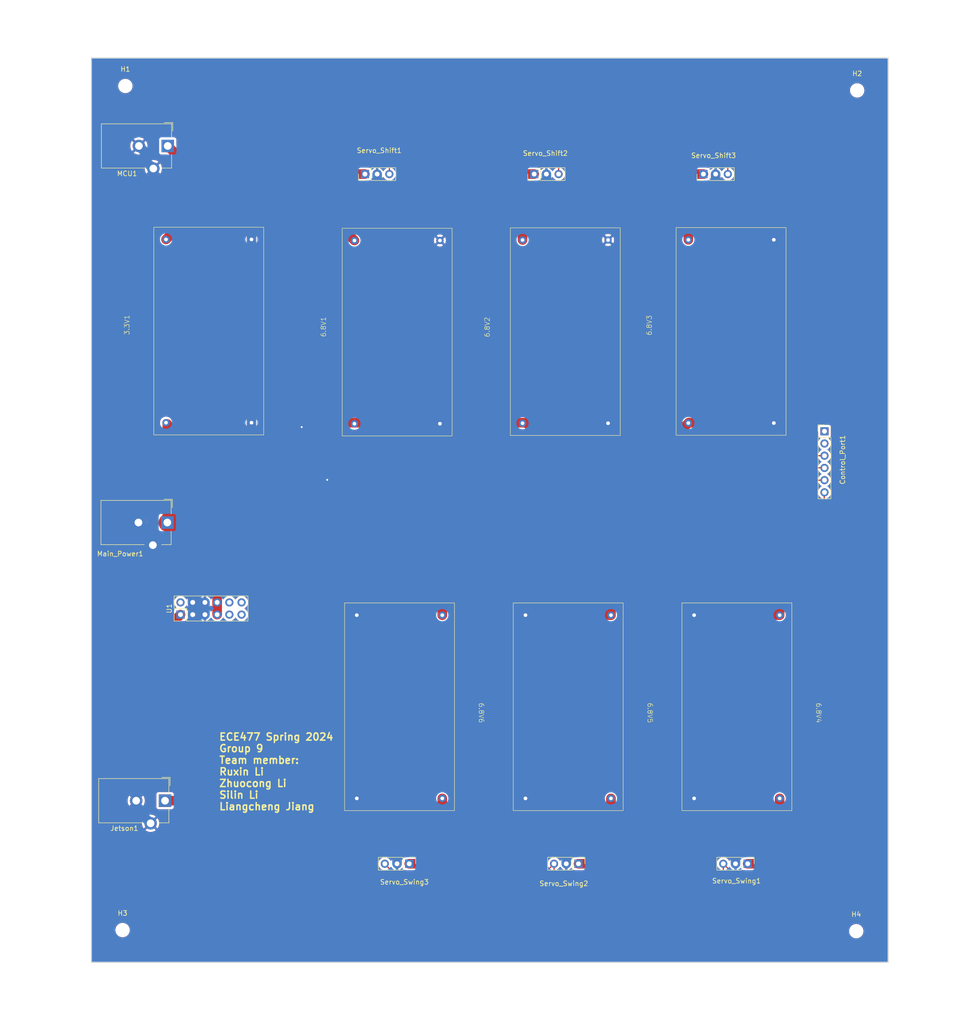
<source format=kicad_pcb>
(kicad_pcb (version 20221018) (generator pcbnew)
  (layers (0 "F.Cu" signal) (31 "B.Cu" signal) (34 "B.Paste" user) (35 "F.Paste" user) (36 "B.SilkS" user "B.Silkscreen") (37 "F.SilkS" user "F.Silkscreen") (38 "B.Mask" user) (39 "F.Mask" user) (44 "Edge.Cuts" user))
  (net 0 "")
  (net 1 "12V")
  (net 2 "GND")
  (net 3 "Net-(3.3V1-Vout+)")
  (net 4 "Net-(6.8V1-Vout+)")
  (net 5 "Net-(6.8V2-Vout+)")
  (net 6 "Net-(6.8V3-Vout+)")
  (net 7 "Net-(6.8V4-Vout+)")
  (net 8 "Net-(6.8V5-Vout+)")
  (net 9 "Net-(6.8V6-Vout+)")
  (net 10 "Net-(Jetson1-Pad1)")
  (net 11 "MOTOR_SHIFT1")
  (net 12 "MOTOR_SHIFT2")
  (net 13 "MOTOR_SHIFT3")
  (net 14 "MOTOR_SWING")
  (footprint "Connector_BarrelJack:BarrelJack_CUI_PJ-102AH_Horizontal" (layer "F.Cu") (at 113.776668 204.09 -90)
    (fp_text reference "Jetson1" (at 5.75 8.45) (layer "F.SilkS"))
    (fp_text value "Jetson")
    (fp_line (start -4.84 -1.04) (end -3.1 -1.04) (stroke (width 0.12)) (layer "F.SilkS"))
    (fp_line (start -4.84 0.7) (end -4.84 -1.04) (stroke (width 0.12)) (layer "F.SilkS"))
    (fp_line (start -4.6 -0.8) (end -1.8 -0.8) (stroke (width 0.12)) (layer "F.SilkS"))
    (fp_line (start -4.6 13.8) (end -4.6 -0.8) (stroke (width 0.12)) (layer "F.SilkS"))
    (fp_line (start 1.8 -0.8) (end 4.6 -0.8) (stroke (width 0.12)) (layer "F.SilkS"))
    (fp_line (start 4.6 -0.8) (end 4.6 1.2) (stroke (width 0.12)) (layer "F.SilkS"))
    (fp_line (start 4.6 4.8) (end 4.6 13.8) (stroke (width 0.12)) (layer "F.SilkS"))
    (fp_line (start 4.6 13.8) (end -4.6 13.8) (stroke (width 0.12)) (layer "F.SilkS"))
    (pad "1" thru_hole rect (at 0 0 270) (size 2.6 2.6) (drill 1.6) (layers "*.Cu" "*.Mask") (net 10 "Net-(Jetson1-Pad1)"))
    (pad "2" thru_hole circle (at 0 6 270) (size 2.6 2.6) (drill 1.6) (layers "*.Cu" "*.Mask") (net 2 "GND"))
    (pad "3" thru_hole circle (at 4.7 3 270) (size 2.6 2.6) (drill 1.6) (layers "*.Cu" "*.Mask") (net 2 "GND"))
  )
  (footprint "Connector_BarrelJack:BarrelJack_CUI_PJ-102AH_Horizontal" (layer "F.Cu") (at 114.250003 146.253332 -90)
    (fp_text reference "Main_Power1" (at 6.506668 9.803335) (layer "F.SilkS"))
    (fp_text value "~")
    (fp_line (start -4.84 -1.04) (end -3.1 -1.04) (stroke (width 0.12)) (layer "F.SilkS"))
    (fp_line (start -4.84 0.7) (end -4.84 -1.04) (stroke (width 0.12)) (layer "F.SilkS"))
    (fp_line (start -4.6 -0.8) (end -1.8 -0.8) (stroke (width 0.12)) (layer "F.SilkS"))
    (fp_line (start -4.6 13.8) (end -4.6 -0.8) (stroke (width 0.12)) (layer "F.SilkS"))
    (fp_line (start 1.8 -0.8) (end 4.6 -0.8) (stroke (width 0.12)) (layer "F.SilkS"))
    (fp_line (start 4.6 -0.8) (end 4.6 1.2) (stroke (width 0.12)) (layer "F.SilkS"))
    (fp_line (start 4.6 4.8) (end 4.6 13.8) (stroke (width 0.12)) (layer "F.SilkS"))
    (fp_line (start 4.6 13.8) (end -4.6 13.8) (stroke (width 0.12)) (layer "F.SilkS"))
    (pad "1" thru_hole rect (at 0 0 270) (size 2.6 2.6) (drill 1.6) (layers "*.Cu" "*.Mask") (net 1 "12V"))
    (pad "2" thru_hole circle (at 0 6 270) (size 2.6 2.6) (drill 1.6) (layers "*.Cu" "*.Mask") (net 2 "GND"))
    (pad "3" thru_hole circle (at 4.7 3 270) (size 2.6 2.6) (drill 1.6) (layers "*.Cu" "*.Mask") (net 2 "GND"))
  )
  (footprint "Senior Design:LM2596" (layer "F.Cu") (at 214.143335 175.67 -90)
    (fp_text reference "6.8V5" (at 10.16 -0.5 -90 unlocked) (layer "F.SilkS") (effects (font (thickness 0.1))))
    (fp_text value "~")
    (fp_rect (start -12.7 5.08) (end 30.48 27.94) (stroke (width 0.1)) (fill none) (layer "F.SilkS"))
    (pad "1" thru_hole circle (at -10.16 7.62 270) (size 1.524 1.524) (drill 0.762) (layers "*.Cu" "*.Mask") (net 1 "12V"))
    (pad "2" thru_hole circle (at -10.16 25.4 270) (size 1.524 1.524) (drill 0.762) (layers "*.Cu" "*.Mask") (net 2 "GND"))
    (pad "3" thru_hole circle (at 27.94 7.62 270) (size 1.524 1.524) (drill 0.762) (layers "*.Cu" "*.Mask") (net 8 "Net-(6.8V5-Vout+)"))
    (pad "4" thru_hole circle (at 27.94 25.4 270) (size 1.524 1.524) (drill 0.762) (layers "*.Cu" "*.Mask") (net 2 "GND"))
  )
  (footprint "Connector_BarrelJack:BarrelJack_CUI_PJ-102AH_Horizontal" (layer "F.Cu") (at 114.340003 67.953332 -90)
    (fp_text reference "MCU1" (at 5.75 8.45) (layer "F.SilkS"))
    (fp_text value "MCU")
    (fp_line (start -4.84 -1.04) (end -3.1 -1.04) (stroke (width 0.12)) (layer "F.SilkS"))
    (fp_line (start -4.84 0.7) (end -4.84 -1.04) (stroke (width 0.12)) (layer "F.SilkS"))
    (fp_line (start -4.6 -0.8) (end -1.8 -0.8) (stroke (width 0.12)) (layer "F.SilkS"))
    (fp_line (start -4.6 13.8) (end -4.6 -0.8) (stroke (width 0.12)) (layer "F.SilkS"))
    (fp_line (start 1.8 -0.8) (end 4.6 -0.8) (stroke (width 0.12)) (layer "F.SilkS"))
    (fp_line (start 4.6 -0.8) (end 4.6 1.2) (stroke (width 0.12)) (layer "F.SilkS"))
    (fp_line (start 4.6 4.8) (end 4.6 13.8) (stroke (width 0.12)) (layer "F.SilkS"))
    (fp_line (start 4.6 13.8) (end -4.6 13.8) (stroke (width 0.12)) (layer "F.SilkS"))
    (pad "1" thru_hole rect (at 0 0 270) (size 2.6 2.6) (drill 1.6) (layers "*.Cu" "*.Mask") (net 3 "Net-(3.3V1-Vout+)"))
    (pad "2" thru_hole circle (at 0 6 270) (size 2.6 2.6) (drill 1.6) (layers "*.Cu" "*.Mask") (net 2 "GND"))
    (pad "3" thru_hole circle (at 4.7 3 270) (size 2.6 2.6) (drill 1.6) (layers "*.Cu" "*.Mask") (net 2 "GND"))
  )
  (footprint "Senior Design:LM2596" (layer "F.Cu") (at 106.360003 115.333332 90)
    (fp_text reference "3.3V1" (at 10.16 -0.5 90 unlocked) (layer "F.SilkS") (effects (font (thickness 0.1))))
    (fp_text value "3.3V")
    (fp_rect (start -12.7 5.08) (end 30.48 27.94) (stroke (width 0.1)) (fill none) (layer "F.SilkS"))
    (pad "1" thru_hole circle (at -10.16 7.62 90) (size 1.524 1.524) (drill 0.762) (layers "*.Cu" "*.Mask") (net 1 "12V"))
    (pad "2" thru_hole circle (at -10.16 25.4 90) (size 1.524 1.524) (drill 0.762) (layers "*.Cu" "*.Mask") (net 2 "GND"))
    (pad "3" thru_hole circle (at 27.94 7.62 90) (size 1.524 1.524) (drill 0.762) (layers "*.Cu" "*.Mask") (net 3 "Net-(3.3V1-Vout+)"))
    (pad "4" thru_hole circle (at 27.94 25.4 90) (size 1.524 1.524) (drill 0.762) (layers "*.Cu" "*.Mask") (net 2 "GND"))
  )
  (footprint "Senior Design:LM2596" (layer "F.Cu") (at 145.55 115.55 90)
    (fp_text reference "6.8V1" (at 9.98 1.19 90 unlocked) (layer "F.SilkS") (effects (font (thickness 0.1))))
    (fp_text value "~")
    (fp_rect (start -12.7 5.08) (end 30.48 27.94) (stroke (width 0.1)) (fill none) (layer "F.SilkS"))
    (pad "1" thru_hole circle (at -10.16 7.62 90) (size 1.524 1.524) (drill 0.762) (layers "*.Cu" "*.Mask") (net 1 "12V"))
    (pad "2" thru_hole circle (at -10.16 25.4 90) (size 1.524 1.524) (drill 0.762) (layers "*.Cu" "*.Mask") (net 2 "GND"))
    (pad "3" thru_hole circle (at 27.94 7.62 90) (size 1.524 1.524) (drill 0.762) (layers "*.Cu" "*.Mask") (net 4 "Net-(6.8V1-Vout+)"))
    (pad "4" thru_hole circle (at 27.94 25.4 90) (size 1.524 1.524) (drill 0.762) (layers "*.Cu" "*.Mask") (net 2 "GND"))
  )
  (footprint "Connector_PinHeader_2.54mm:PinHeader_1x03_P2.54mm_Vertical" (layer "F.Cu") (at 155.355003 73.803332 90)
    (fp_text reference "Servo_Shift1" (at 4.893332 2.961665) (layer "F.SilkS"))
    (fp_text value "~")
    (fp_line (start -1.33 -1.33) (end 0 -1.33) (stroke (width 0.12)) (layer "F.SilkS"))
    (fp_line (start -1.33 0) (end -1.33 -1.33) (stroke (width 0.12)) (layer "F.SilkS"))
    (fp_line (start -1.33 1.27) (end -1.33 6.41) (stroke (width 0.12)) (layer "F.SilkS"))
    (fp_line (start -1.33 1.27) (end 1.33 1.27) (stroke (width 0.12)) (layer "F.SilkS"))
    (fp_line (start -1.33 6.41) (end 1.33 6.41) (stroke (width 0.12)) (layer "F.SilkS"))
    (fp_line (start 1.33 1.27) (end 1.33 6.41) (stroke (width 0.12)) (layer "F.SilkS"))
    (pad "1" thru_hole rect (at 0 0 90) (size 1.7 1.7) (drill 1) (layers "*.Cu" "*.Mask") (net 4 "Net-(6.8V1-Vout+)"))
    (pad "2" thru_hole oval (at 0 2.54 90) (size 1.7 1.7) (drill 1) (layers "*.Cu" "*.Mask") (net 2 "GND"))
    (pad "3" thru_hole oval (at 0 5.08 90) (size 1.7 1.7) (drill 1) (layers "*.Cu" "*.Mask") (net 11 "MOTOR_SHIFT1"))
  )
  (footprint "MountingHole:MountingHole_2.5mm" (layer "F.Cu") (at 104.946668 230.99)
    (fp_text reference "H3" (at 0 -3.5) (layer "F.SilkS"))
    (fp_text value "MountingHole")
    (pad "" np_thru_hole circle (at 0 0) (size 2.5 2.5) (drill 2.5) (layers "*.Cu" "*.Mask"))
  )
  (footprint "Senior Design:LM2596" (layer "F.Cu") (at 249.226668 175.67 -90)
    (fp_text reference "6.8V4" (at 10.16 -0.5 -90 unlocked) (layer "F.SilkS") (effects (font (thickness 0.1))))
    (fp_text value "~")
    (fp_rect (start -12.7 5.08) (end 30.48 27.94) (stroke (width 0.1)) (fill none) (layer "F.SilkS"))
    (pad "1" thru_hole circle (at -10.16 7.62 270) (size 1.524 1.524) (drill 0.762) (layers "*.Cu" "*.Mask") (net 1 "12V"))
    (pad "2" thru_hole circle (at -10.16 25.4 270) (size 1.524 1.524) (drill 0.762) (layers "*.Cu" "*.Mask") (net 2 "GND"))
    (pad "3" thru_hole circle (at 27.94 7.62 270) (size 1.524 1.524) (drill 0.762) (layers "*.Cu" "*.Mask") (net 7 "Net-(6.8V4-Vout+)"))
    (pad "4" thru_hole circle (at 27.94 25.4 270) (size 1.524 1.524) (drill 0.762) (layers "*.Cu" "*.Mask") (net 2 "GND"))
  )
  (footprint "MountingHole:MountingHole_2.5mm" (layer "F.Cu") (at 105.526668 55.49)
    (fp_text reference "H1" (at 0 -3.5) (layer "F.SilkS"))
    (fp_text value "MountingHole")
    (pad "" np_thru_hole circle (at 0 0) (size 2.5 2.5) (drill 2.5) (layers "*.Cu" "*.Mask"))
  )
  (footprint "MountingHole:MountingHole_2.5mm" (layer "F.Cu") (at 257.546668 231.22)
    (fp_text reference "H4" (at 0 -3.5) (layer "F.SilkS"))
    (fp_text value "MountingHole")
    (pad "" np_thru_hole circle (at 0 0) (size 2.5 2.5) (drill 2.5) (layers "*.Cu" "*.Mask"))
  )
  (footprint "Connector_PinHeader_2.54mm:PinHeader_1x03_P2.54mm_Vertical" (layer "F.Cu") (at 225.753003 73.803332 90)
    (fp_text reference "Servo_Shift3" (at 3.85 2.117) (layer "F.SilkS"))
    (fp_text value "~" hide)
    (fp_line (start -1.33 -1.33) (end 0 -1.33) (stroke (width 0.12)) (layer "F.SilkS"))
    (fp_line (start -1.33 0) (end -1.33 -1.33) (stroke (width 0.12)) (layer "F.SilkS"))
    (fp_line (start -1.33 1.27) (end -1.33 6.41) (stroke (width 0.12)) (layer "F.SilkS"))
    (fp_line (start -1.33 1.27) (end 1.33 1.27) (stroke (width 0.12)) (layer "F.SilkS"))
    (fp_line (start -1.33 6.41) (end 1.33 6.41) (stroke (width 0.12)) (layer "F.SilkS"))
    (fp_line (start 1.33 1.27) (end 1.33 6.41) (stroke (width 0.12)) (layer "F.SilkS"))
    (pad "1" thru_hole rect (at 0 0 90) (size 1.7 1.7) (drill 1) (layers "*.Cu" "*.Mask") (net 6 "Net-(6.8V3-Vout+)"))
    (pad "2" thru_hole oval (at 0 2.54 90) (size 1.7 1.7) (drill 1) (layers "*.Cu" "*.Mask") (net 2 "GND"))
    (pad "3" thru_hole oval (at 0 5.08 90) (size 1.7 1.7) (drill 1) (layers "*.Cu" "*.Mask") (net 13 "MOTOR_SHIFT3"))
  )
  (footprint "Connector_PinHeader_2.54mm:PinHeader_1x03_P2.54mm_Vertical" (layer "F.Cu") (at 234.968 217.2 -90)
    (fp_text reference "Servo_Swing1" (at 3.57 2.328) (layer "F.SilkS"))
    (fp_text value "~")
    (fp_line (start -1.33 -1.33) (end 0 -1.33) (stroke (width 0.12)) (layer "F.SilkS"))
    (fp_line (start -1.33 0) (end -1.33 -1.33) (stroke (width 0.12)) (layer "F.SilkS"))
    (fp_line (start -1.33 1.27) (end -1.33 6.41) (stroke (width 0.12)) (layer "F.SilkS"))
    (fp_line (start -1.33 1.27) (end 1.33 1.27) (stroke (width 0.12)) (layer "F.SilkS"))
    (fp_line (start -1.33 6.41) (end 1.33 6.41) (stroke (width 0.12)) (layer "F.SilkS"))
    (fp_line (start 1.33 1.27) (end 1.33 6.41) (stroke (width 0.12)) (layer "F.SilkS"))
    (pad "1" thru_hole rect (at 0 0 270) (size 1.7 1.7) (drill 1) (layers "*.Cu" "*.Mask") (net 7 "Net-(6.8V4-Vout+)"))
    (pad "2" thru_hole oval (at 0 2.54 270) (size 1.7 1.7) (drill 1) (layers "*.Cu" "*.Mask") (net 2 "GND"))
    (pad "3" thru_hole oval (at 0 5.08 270) (size 1.7 1.7) (drill 1) (layers "*.Cu" "*.Mask") (net 14 "MOTOR_SWING"))
  )
  (footprint "Senior Design:LM2596" (layer "F.Cu") (at 215 115.41 90)
    (fp_text reference "6.8V3" (at 10.16 -0.5 90 unlocked) (layer "F.SilkS") (effects (font (thickness 0.1))))
    (fp_text value "~")
    (fp_rect (start -12.7 5.08) (end 30.48 27.94) (stroke (width 0.1)) (fill none) (layer "F.SilkS"))
    (pad "1" thru_hole circle (at -10.16 7.62 90) (size 1.524 1.524) (drill 0.762) (layers "*.Cu" "*.Mask") (net 1 "12V"))
    (pad "2" thru_hole circle (at -10.16 25.4 90) (size 1.524 1.524) (drill 0.762) (layers "*.Cu" "*.Mask") (net 2 "GND"))
    (pad "3" thru_hole circle (at 27.94 7.62 90) (size 1.524 1.524) (drill 0.762) (layers "*.Cu" "*.Mask") (net 6 "Net-(6.8V3-Vout+)"))
    (pad "4" thru_hole circle (at 27.94 25.4 90) (size 1.524 1.524) (drill 0.762) (layers "*.Cu" "*.Mask") (net 2 "GND"))
  )
  (footprint "Connector_PinHeader_2.54mm:PinHeader_1x03_P2.54mm_Vertical" (layer "F.Cu") (at 164.57 217.2 -90)
    (fp_text reference "Servo_Swing3" (at 3.803332 1.006665) (layer "F.SilkS"))
    (fp_text value "~")
    (fp_line (start -1.33 -1.33) (end 0 -1.33) (stroke (width 0.12)) (layer "F.SilkS"))
    (fp_line (start -1.33 0) (end -1.33 -1.33) (stroke (width 0.12)) (layer "F.SilkS"))
    (fp_line (start -1.33 1.27) (end -1.33 6.41) (stroke (width 0.12)) (layer "F.SilkS"))
    (fp_line (start -1.33 1.27) (end 1.33 1.27) (stroke (width 0.12)) (layer "F.SilkS"))
    (fp_line (start -1.33 6.41) (end 1.33 6.41) (stroke (width 0.12)) (layer "F.SilkS"))
    (fp_line (start 1.33 1.27) (end 1.33 6.41) (stroke (width 0.12)) (layer "F.SilkS"))
    (pad "1" thru_hole rect (at 0 0 270) (size 1.7 1.7) (drill 1) (layers "*.Cu" "*.Mask") (net 9 "Net-(6.8V6-Vout+)"))
    (pad "2" thru_hole oval (at 0 2.54 270) (size 1.7 1.7) (drill 1) (layers "*.Cu" "*.Mask") (net 2 "GND"))
    (pad "3" thru_hole oval (at 0 5.08 270) (size 1.7 1.7) (drill 1) (layers "*.Cu" "*.Mask") (net 14 "MOTOR_SWING"))
  )
  (footprint "MountingHole:MountingHole_2.5mm" (layer "F.Cu") (at 257.736668 56.41)
    (fp_text reference "H2" (at 0 -3.5) (layer "F.SilkS"))
    (fp_text value "MountingHole")
    (pad "" np_thru_hole circle (at 0 0) (size 2.5 2.5) (drill 2.5) (layers "*.Cu" "*.Mask"))
  )
  (footprint "Connector_PinHeader_2.54mm:PinHeader_1x06_P2.54mm_Vertical" (layer "F.Cu") (at 250.936668 127.28)
    (fp_text reference "Control_Port1" (at 3.763332 5.926665 90) (layer "F.SilkS"))
    (fp_text value "~")
    (fp_line (start -1.33 -1.33) (end 0 -1.33) (stroke (width 0.12)) (layer "F.SilkS"))
    (fp_line (start -1.33 0) (end -1.33 -1.33) (stroke (width 0.12)) (layer "F.SilkS"))
    (fp_line (start -1.33 1.27) (end -1.33 14.03) (stroke (width 0.12)) (layer "F.SilkS"))
    (fp_line (start -1.33 1.27) (end 1.33 1.27) (stroke (width 0.12)) (layer "F.SilkS"))
    (fp_line (start -1.33 14.03) (end 1.33 14.03) (stroke (width 0.12)) (layer "F.SilkS"))
    (fp_line (start 1.33 1.27) (end 1.33 14.03) (stroke (width 0.12)) (layer "F.SilkS"))
    (pad "1" thru_hole rect (at 0 0) (size 1.7 1.7) (drill 1) (layers "*.Cu" "*.Mask"))
    (pad "2" thru_hole oval (at 0 2.54) (size 1.7 1.7) (drill 1) (layers "*.Cu" "*.Mask"))
    (pad "3" thru_hole oval (at 0 5.08) (size 1.7 1.7) (drill 1) (layers "*.Cu" "*.Mask") (net 11 "MOTOR_SHIFT1"))
    (pad "4" thru_hole oval (at 0 7.62) (size 1.7 1.7) (drill 1) (layers "*.Cu" "*.Mask") (net 12 "MOTOR_SHIFT2"))
    (pad "5" thru_hole oval (at 0 10.16) (size 1.7 1.7) (drill 1) (layers "*.Cu" "*.Mask") (net 13 "MOTOR_SHIFT3"))
    (pad "6" thru_hole oval (at 0 12.7) (size 1.7 1.7) (drill 1) (layers "*.Cu" "*.Mask") (net 14 "MOTOR_SWING"))
  )
  (footprint "Senior Design:LM2596" (layer "F.Cu") (at 180.52 115.45 90)
    (fp_text reference "6.8V2" (at 9.83 0.28 90 unlocked) (layer "F.SilkS") (effects (font (thickness 0.1))))
    (fp_text value "~")
    (fp_rect (start -12.7 5.08) (end 30.48 27.94) (stroke (width 0.1)) (fill none) (layer "F.SilkS"))
    (pad "1" thru_hole circle (at -10.16 7.62 90) (size 1.524 1.524) (drill 0.762) (layers "*.Cu" "*.Mask") (net 1 "12V"))
    (pad "2" thru_hole circle (at -10.16 25.4 90) (size 1.524 1.524) (drill 0.762) (layers "*.Cu" "*.Mask") (net 2 "GND"))
    (pad "3" thru_hole circle (at 27.94 7.62 90) (size 1.524 1.524) (drill 0.762) (layers "*.Cu" "*.Mask") (net 5 "Net-(6.8V2-Vout+)"))
    (pad "4" thru_hole circle (at 27.94 25.4 90) (size 1.524 1.524) (drill 0.762) (layers "*.Cu" "*.Mask") (net 2 "GND"))
  )
  (footprint "Senior Design:LM2596" (layer "F.Cu") (at 179.06 175.67 -90)
    (fp_text reference "6.8V6" (at 10.16 -0.5 -90 unlocked) (layer "F.SilkS") (effects (font (thickness 0.1))))
    (fp_text value "~")
    (fp_rect (start -12.7 5.08) (end 30.48 27.94) (stroke (width 0.1)) (fill none) (layer "F.SilkS"))
    (pad "1" thru_hole circle (at -10.16 7.62 270) (size 1.524 1.524) (drill 0.762) (layers "*.Cu" "*.Mask") (net 1 "12V"))
    (pad "2" thru_hole circle (at -10.16 25.4 270) (size 1.524 1.524) (drill 0.762) (layers "*.Cu" "*.Mask") (net 2 "GND"))
    (pad "3" thru_hole circle (at 27.94 7.62 270) (size 1.524 1.524) (drill 0.762) (layers "*.Cu" "*.Mask") (net 9 "Net-(6.8V6-Vout+)"))
    (pad "4" thru_hole circle (at 27.94 25.4 270) (size 1.524 1.524) (drill 0.762) (layers "*.Cu" "*.Mask") (net 2 "GND"))
  )
  (footprint "Connector_PinHeader_2.54mm:PinHeader_1x03_P2.54mm_Vertical" (layer "F.Cu") (at 199.769 217.2 -90)
    (fp_text reference "Servo_Swing2" (at 4.12 3.049) (layer "F.SilkS"))
    (fp_text value "~")
    (fp_line (start -1.33 -1.33) (end 0 -1.33) (stroke (width 0.12)) (layer "F.SilkS"))
    (fp_line (start -1.33 0) (end -1.33 -1.33) (stroke (width 0.12)) (layer "F.SilkS"))
    (fp_line (start -1.33 1.27) (end -1.33 6.41) (stroke (width 0.12)) (layer "F.SilkS"))
    (fp_line (start -1.33 1.27) (end 1.33 1.27) (stroke (width 0.12)) (layer "F.SilkS"))
    (fp_line (start -1.33 6.41) (end 1.33 6.41) (stroke (width 0.12)) (layer "F.SilkS"))
    (fp_line (start 1.33 1.27) (end 1.33 6.41) (stroke (width 0.12)) (layer "F.SilkS"))
    (pad "1" thru_hole rect (at 0 0 270) (size 1.7 1.7) (drill 1) (layers "*.Cu" "*.Mask") (net 8 "Net-(6.8V5-Vout+)"))
    (pad "2" thru_hole oval (at 0 2.54 270) (size 1.7 1.7) (drill 1) (layers "*.Cu" "*.Mask") (net 2 "GND"))
    (pad "3" thru_hole oval (at 0 5.08 270) (size 1.7 1.7) (drill 1) (layers "*.Cu" "*.Mask") (net 14 "MOTOR_SWING"))
  )
  (footprint "Connector_PinHeader_2.54mm:PinHeader_1x03_P2.54mm_Vertical" (layer "F.Cu") (at 190.554003 73.803332 90)
    (fp_text reference "Servo_Shift2" (at 4.31 2.316) (layer "F.SilkS"))
    (fp_text value "~")
    (fp_line (start -1.33 -1.33) (end 0 -1.33) (stroke (width 0.12)) (layer "F.SilkS"))
    (fp_line (start -1.33 0) (end -1.33 -1.33) (stroke (width 0.12)) (layer "F.SilkS"))
    (fp_line (start -1.33 1.27) (end -1.33 6.41) (stroke (width 0.12)) (layer "F.SilkS"))
    (fp_line (start -1.33 1.27) (end 1.33 1.27) (stroke (width 0.12)) (layer "F.SilkS"))
    (fp_line (start -1.33 6.41) (end 1.33 6.41) (stroke (width 0.12)) (layer "F.SilkS"))
    (fp_line (start 1.33 1.27) (end 1.33 6.41) (stroke (width 0.12)) (layer "F.SilkS"))
    (pad "1" thru_hole rect (at 0 0 90) (size 1.7 1.7) (drill 1) (layers "*.Cu" "*.Mask") (net 5 "Net-(6.8V2-Vout+)"))
    (pad "2" thru_hole oval (at 0 2.54 90) (size 1.7 1.7) (drill 1) (layers "*.Cu" "*.Mask") (net 2 "GND"))
    (pad "3" thru_hole oval (at 0 5.08 90) (size 1.7 1.7) (drill 1) (layers "*.Cu" "*.Mask") (net 12 "MOTOR_SHIFT2"))
  )
  (footprint "Senior Design:PinHeader_2x06_P2.54mm_Vertical" (layer "F.Cu") (at 116.996668 165.4 90)
    (fp_text reference "U1" (at 1.27 -2.33 90) (layer "F.SilkS"))
    (fp_text value "~")
    (fp_line (start -1.33 -1.33) (end 0 -1.33) (stroke (width 0.12)) (layer "F.SilkS"))
    (fp_line (start -1.33 0) (end -1.33 -1.33) (stroke (width 0.12)) (layer "F.SilkS"))
    (fp_line (start -1.33 1.27) (end -1.33 14.03) (stroke (width 0.12)) (layer "F.SilkS"))
    (fp_line (start -1.33 1.27) (end 1.27 1.27) (stroke (width 0.12)) (layer "F.SilkS"))
    (fp_line (start -1.33 14.03) (end 3.87 14.03) (stroke (width 0.12)) (layer "F.SilkS"))
    (fp_line (start 1.27 -1.33) (end 3.87 -1.33) (stroke (width 0.12)) (layer "F.SilkS"))
    (fp_line (start 1.27 1.27) (end 1.27 -1.33) (stroke (width 0.12)) (layer "F.SilkS"))
    (fp_line (start 3.87 -1.33) (end 3.87 14.03) (stroke (width 0.12)) (layer "F.SilkS"))
    (pad "1" thru_hole rect (at 0 0 90) (size 1.7 1.7) (drill 1) (layers "*.Cu" "*.Mask") (net 10 "Net-(Jetson1-Pad1)"))
    (pad "2" thru_hole oval (at 0 2.54 90) (size 1.7 1.7) (drill 1) (layers "*.Cu" "*.Mask") (net 2 "GND"))
    (pad "3" thru_hole oval (at 0 5.08 90) (size 1.7 1.7) (drill 1) (layers "*.Cu" "*.Mask") (net 2 "GND"))
    (pad "4" thru_hole oval (at 0 7.62 90) (size 1.7 1.7) (drill 1) (layers "*.Cu" "*.Mask") (net 1 "12V"))
    (pad "5" thru_hole oval (at 0 10.16 90) (size 1.7 1.7) (drill 1) (layers "*.Cu" "*.Mask"))
    (pad "6" thru_hole oval (at 0 12.7 90) (size 1.7 1.7) (drill 1) (layers "*.Cu" "*.Mask"))
    (pad "7" thru_hole oval (at 2.54 0 90) (size 1.7 1.7) (drill 1) (layers "*.Cu" "*.Mask"))
    (pad "8" thru_hole oval (at 2.54 2.54 90) (size 1.7 1.7) (drill 1) (layers "*.Cu" "*.Mask") (net 2 "GND"))
    (pad "9" thru_hole oval (at 2.54 5.08 90) (size 1.7 1.7) (drill 1) (layers "*.Cu" "*.Mask") (net 2 "GND"))
    (pad "10" thru_hole oval (at 2.54 7.62 90) (size 1.7 1.7) (drill 1) (layers "*.Cu" "*.Mask") (net 1 "12V"))
    (pad "11" thru_hole oval (at 2.54 10.16 90) (size 1.7 1.7) (drill 1) (layers "*.Cu" "*.Mask"))
    (pad "12" thru_hole oval (at 2.54 12.7 90) (size 1.7 1.7) (drill 1) (layers "*.Cu" "*.Mask"))
  )
  (gr_rect (start 98.471668 49.66) (end 264.181668 237.69) (stroke (width 0.2)) (fill none) (layer "Edge.Cuts"))
  (gr_text "ECE477 Spring 2024\nGroup 9\nTeam member: \nRuxin Li\nZhuocong Li\nSilin Li\nLiangcheng Jiang\n" (at 124.9 206.18) (layer "F.SilkS") (effects (font (size 1.5 1.5) (thickness 0.3) bold) (justify left bottom)))
  (segment (start 114.250003 125.763332) (end 113.980003 125.493332) (width 0.25) (layer "F.Cu") (net 1))
  (segment (start 114.250003 146.253332) (end 114.250003 146.353332) (width 3.6) (layer "F.Cu") (net 1))
  (segment (start 226.003332 125.493332) (end 241.606668 141.096668) (width 2) (layer "F.Cu") (net 1))
  (segment (start 176.940001 132.7) (end 180.43 129.210001) (width 2) (layer "F.Cu") (net 1))
  (segment (start 241.606668 165.51) (end 237.49 165.51) (width 2) (layer "F.Cu") (net 1))
  (segment (start 163.58 146.56) (end 171.44 154.42) (width 2) (layer "F.Cu") (net 1))
  (segment (start 114.250003 146.253332) (end 120.673335 139.83) (width 2) (layer "F.Cu") (net 1))
  (segment (start 180.43 129.210001) (end 184.146669 125.493332) (width 2) (layer "F.Cu") (net 1))
  (segment (start 195.606671 132.19) (end 216 132.19) (width 2) (layer "F.Cu") (net 1))
  (segment (start 206.523335 165.51) (end 200.13 165.51) (width 2) (layer "F.Cu") (net 1))
  (segment (start 149.063336 125.493332) (end 155.223332 125.493332) (width 2) (layer "F.Cu") (net 1))
  (segment (start 149.063336 125.516664) (end 149.063336 125.493332) (width 2) (layer "F.Cu") (net 1))
  (segment (start 114.556671 146.56) (end 163.58 146.56) (width 2) (layer "F.Cu") (net 1))
  (segment (start 114.56 146.353332) (end 124.616668 156.41) (width 2) (layer "F.Cu") (net 1))
  (segment (start 124.616668 162.86) (end 124.616668 165.4) (width 2) (layer "F.Cu") (net 1))
  (segment (start 237.49 165.51) (end 226.81 154.83) (width 2) (layer "F.Cu") (net 1))
  (segment (start 114.250003 146.253332) (end 114.250003 125.763332) (width 2) (layer "F.Cu") (net 1))
  (segment (start 134.75 139.83) (end 149.063336 125.516664) (width 2) (layer "F.Cu") (net 1))
  (segment (start 124.616668 156.41) (end 124.616668 162.86) (width 2) (layer "F.Cu") (net 1))
  (segment (start 206.523335 163.386665) (end 206.523335 165.51) (width 2) (layer "F.Cu") (net 1))
  (segment (start 215.08 154.83) (end 206.523335 163.386665) (width 2) (layer "F.Cu") (net 1))
  (segment (start 226.81 154.83) (end 215.08 154.83) (width 2) (layer "F.Cu") (net 1))
  (segment (start 178.83 154.76) (end 171.44 162.15) (width 2) (layer "F.Cu") (net 1))
  (segment (start 114.250003 146.253332) (end 114.556671 146.56) (width 2) (layer "F.Cu") (net 1))
  (segment (start 200.13 165.51) (end 189.38 154.76) (width 2) (layer "F.Cu") (net 1))
  (segment (start 222.696668 125.493332) (end 226.003332 125.493332) (width 2) (layer "F.Cu") (net 1))
  (segment (start 155.223332 125.493332) (end 162.43 132.7) (width 2) (layer "F.Cu") (net 1))
  (segment (start 216 132.19) (end 222.696668 125.493332) (width 2) (layer "F.Cu") (net 1))
  (segment (start 171.44 162.15) (end 171.44 165.51) (width 2) (layer "F.Cu") (net 1))
  (segment (start 162.43 132.7) (end 176.940001 132.7) (width 2) (layer "F.Cu") (net 1))
  (segment (start 241.606668 141.096668) (end 241.606668 165.51) (width 2) (layer "F.Cu") (net 1))
  (segment (start 189.38 154.76) (end 178.83 154.76) (width 2) (layer "F.Cu") (net 1))
  (segment (start 184.146669 125.493332) (end 188.910003 125.493332) (width 2) (layer "F.Cu") (net 1))
  (segment (start 188.910003 125.493332) (end 195.606671 132.19) (width 2) (layer "F.Cu") (net 1))
  (segment (start 171.44 154.42) (end 171.44 165.51) (width 2) (layer "F.Cu") (net 1))
  (segment (start 120.673335 139.83) (end 134.75 139.83) (width 2) (layer "F.Cu") (net 1))
  (segment (start 114.250003 146.353332) (end 114.56 146.353332) (width 2) (layer "F.Cu") (net 1))
  (via (at 142.2 126.41) (size 0.8) (drill 0.4) (layers "F.Cu" "B.Cu") (net 2))
  (via (at 147.51 137.38) (size 0.8) (drill 0.4) (layers "F.Cu" "B.Cu") (net 2))
  (segment (start 213.646668 125.493332) (end 217.94 121.2) (width 3.6) (layer "B.Cu") (net 2))
  (segment (start 197.229 217.2) (end 197.229 212.095665) (width 2) (layer "B.Cu") (net 2))
  (segment (start 147.44 165.51) (end 153.66 165.51) (width 3.6) (layer "B.Cu") (net 2))
  (segment (start 188.743335 165.51) (end 185.23 165.51) (width 3.6) (layer "B.Cu") (net 2))
  (segment (start 223.826668 165.51) (end 217.71 165.51) (width 3.6) (layer "B.Cu") (net 2))
  (segment (start 108.250003 135.673332) (end 109.630003 134.293332) (width 2) (layer "B.Cu") (net 2))
  (segment (start 206.83 124.7) (end 206.83 92.296663) (width 2) (layer "B.Cu") (net 2))
  (segment (start 147.51 134.75) (end 142.2 129.44) (width 0.25) (layer "B.Cu") (net 2))
  (segment (start 177.07 157.35) (end 168.27 157.35) (width 3.6) (layer "B.Cu") (net 2))
  (segment (start 229.42 77.72) (end 238.46 77.72) (width 2) (layer "B.Cu") (net 2))
  (segment (start 228.293003 73.803332) (end 228.293003 76.593003) (width 2) (layer "B.Cu") (net 2))
  (segment (start 238.46 77.72) (end 240.4 79.66) (width 2) (layer "B.Cu") (net 2))
  (segment (start 119.536668 165.4) (end 122.076668 165.4) (width 2) (layer "B.Cu") (net 2))
  (segment (start 162.03 211.98) (end 153.66 203.61) (width 2) (layer "B.Cu") (net 2))
  (segment (start 108.250003 146.253332) (end 108.250003 135.673332) (width 2) (layer "B.Cu") (net 2))
  (segment (start 240.4 125.57) (end 240.42 125.55) (width 3.6) (layer "B.Cu") (net 2))
  (segment (start 131.760003 129.613332) (end 131.760003 125.493332) (width 2) (layer "B.Cu") (net 2))
  (segment (start 206.66 154.46) (end 194.06 154.46) (width 3.6) (layer "B.Cu") (net 2))
  (segment (start 217.71 165.51) (end 206.66 154.46) (width 3.6) (layer "B.Cu") (net 2))
  (segment (start 240.45 141.926668) (end 223.826668 158.55) (width 3.6) (layer "B.Cu") (net 2))
  (segment (start 119.536668 162.86) (end 119.536668 165.4) (width 2) (layer "B.Cu") (net 2))
  (segment (start 240.42 87.49) (end 240.4 87.47) (width 3.6) (layer "B.Cu") (net 2))
  (segment (start 188.743335 165.51) (end 188.743335 203.61) (width 3.6) (layer "B.Cu") (net 2))
  (segment (start 170.95 125.71) (end 176.2 120.46) (width 3.6) (layer "B.Cu") (net 2))
  (segment (start 206.83 92.296663) (end 193.094003 78.560666) (width 2) (layer "B.Cu") (net 2))
  (segment (start 236.23 121.2) (end 240.4 125.37) (width 3.6) (layer "B.Cu") (net 2))
  (segment (start 131.760003 85.623332) (end 129.730003 83.593332) (width 2) (layer "B.Cu") (net 2))
  (segment (start 167.25 87.403329) (end 157.895003 78.048332) (width 2) (layer "B.Cu") (net 2))
  (segment (start 131.760003 125.493332) (end 131.760003 87.393332) (width 2) (layer "B.Cu") (net 2))
  (segment (start 223.826668 158.55) (end 223.826668 165.51) (width 3.6) (layer "B.Cu") (net 2))
  (segment (start 118.136668 156.49) (end 105.456668 156.49) (width 2) (layer "B.Cu") (net 2))
  (segment (start 142.2 129.44) (end 142.2 126.41) (width 0.25) (layer "B.Cu") (net 2))
  (segment (start 217.94 121.2) (end 236.23 121.2) (width 3.6) (layer "B.Cu") (net 2))
  (segment (start 119.536668 162.86) (end 122.076668 162.86) (width 2) (layer "B.Cu") (net 2))
  (segment (start 160.11 165.51) (end 153.66 165.51) (width 3.6) (layer "B.Cu") (net 2))
  (segment (start 206.036668 125.493332) (end 213.646668 125.493332) (width 3.6) (layer "B.Cu") (net 2))
  (segment (start 119.496668 162.82) (end 119.496668 157.85) (width 2) (layer "B.Cu") (net 2))
  (segment (start 162.03 217.2) (end 162.03 211.98) (width 2) (layer "B.Cu") (net 2))
  (segment (start 232.428 217.2) (end 232.428 212.211332) (width 2) (layer "B.Cu") (net 2))
  (segment (start 240.4 79.66) (end 240.4 87.47) (width 2) (layer "B.Cu") (net 2))
  (segment (start 119.536668 162.86) (end 119.496668 162.82) (width 2) (layer "B.Cu") (net 2))
  (segment (start 104.553336 146.253332) (end 108.250003 146.253332) (width 2) (layer "B.Cu") (net 2))
  (segment (start 114.37 83.593332) (end 111.340003 80.563335) (width 2) (layer "B.Cu") (net 2))
  (segment (start 197.229 212.095665) (end 188.743335 203.61) (width 2) (layer "B.Cu") (net 2))
  (segment (start 200.77 120.46) (end 205.92 125.61) (width 3.6) (layer "B.Cu") (net 2))
  (segment (start 111.250003 150.953332) (end 108.250003 147.953332) (width 3.6) (layer "B.Cu") (net 2))
  (segment (start 119.496668 157.85) (end 118.136668 156.49) (width 2) (layer "B.Cu") (net 2))
  (segment (start 105.456668 156.49) (end 103.410003 154.443335) (width 2) (layer "B.Cu") (net 2))
  (segment (start 185.23 165.51) (end 177.07 157.35) (width 3.6) (layer "B.Cu") (net 2))
  (segment (start 232.428 212.211332) (end 223.826668 203.61) (width 2) (layer "B.Cu") (net 2))
  (segment (start 167.25 122.01) (end 167.25 87.403329) (width 2) (layer "B.Cu") (net 2))
  (segment (start 153.66 165.51) (end 153.66 203.61) (width 3.6) (layer "B.Cu") (net 2))
  (segment (start 107.776668 205.79) (end 110.776668 208.79) (width 2) (layer "B.Cu") (net 2))
  (segment (start 240.45 125.62) (end 240.45 141.926668) (width 3.6) (layer "B.Cu") (net 2))
  (segment (start 193.094003 78.560666) (end 193.094003 73.803332) (width 2) (layer "B.Cu") (net 2))
  (segment (start 170.95 125.71) (end 167.25 122.01) (width 2) (layer "B.Cu") (net 2))
  (segment (start 240.4 125.37) (end 240.4 125.57) (width 3.6) (layer "B.Cu") (net 2))
  (segment (start 132.883332 150.953332) (end 147.44 165.51) (width 3.6) (layer "B.Cu") (net 2))
  (segment (start 127.080003 134.293332) (end 131.760003 129.613332) (width 2) (layer "B.Cu") (net 2))
  (segment (start 129.730003 83.593332) (end 114.37 83.593332) (width 2) (layer "B.Cu") (net 2))
  (segment (start 170.95 125.71) (end 153.66 143) (width 3.6) (layer "B.Cu") (net 2))
  (segment (start 176.2 120.46) (end 200.77 120.46) (width 3.6) (layer "B.Cu") (net 2))
  (segment (start 194.06 154.46) (end 188.743335 159.776665) (width 3.6) (layer "B.Cu") (net 2))
  (segment (start 119.536668 165.4) (end 119.536668 176.93) (width 2) (layer "B.Cu") (net 2))
  (segment (start 111.290003 72.653332) (end 109.510003 70.873332) (width 2) (layer "B.Cu") (net 2))
  (segment (start 240.42 125.55) (end 242.95 123.02) (width 2) (layer "B.Cu") (net 2))
  (segment (start 131.760003 87.393332) (end 131.760003 85.623332) (width 2) (layer "B.Cu") (net 2))
  (segment (start 109.510003 70.873332) (end 109.510003 69.123332) (width 2) (layer "B.Cu") (net 2))
  (segment (start 205.92 125.61) (end 206.83 124.7) (width 2) (layer "B.Cu") (net 2))
  (segment (start 188.743335 159.776665) (end 188.743335 165.51) (width 3.6) (layer "B.Cu") (net 2))
  (segment (start 168.27 157.35) (end 160.11 165.51) (width 3.6) (layer "B.Cu") (net 2))
  (segment (start 103.410003 154.443335) (end 103.410003 147.396665) (width 2) (layer "B.Cu") (net 2))
  (segment (start 111.250003 150.953332) (end 132.883332 150.953332) (width 3.6) (layer "B.Cu") (net 2))
  (segment (start 119.536668 176.93) (end 107.776668 188.69) (width 2) (layer "B.Cu") (net 2))
  (segment (start 228.293003 76.593003) (end 229.42 77.72) (width 2) (layer "B.Cu") (net 2))
  (segment (start 242.95 90.02) (end 240.42 87.49) (width 2) (layer "B.Cu") (net 2))
  (segment (start 242.95 123.02) (end 242.95 90.02) (width 2) (layer "B.Cu") (net 2))
  (segment (start 111.340003 72.653332) (end 111.290003 72.653332) (width 2) (layer "B.Cu") (net 2))
  (segment (start 107.776668 188.69) (end 107.776668 204.09) (width 2) (layer "B.Cu") (net 2))
  (segment (start 109.630003 134.293332) (end 127.080003 134.293332) (width 2) (layer "B.Cu") (net 2))
  (segment (start 147.51 137.38) (end 147.51 134.75) (width 0.25) (layer "B.Cu") (net 2))
  (segment (start 108.250003 147.953332) (end 108.250003 146.253332) (width 3.6) (layer "B.Cu") (net 2))
  (segment (start 157.895003 78.048332) (end 157.895003 73.803332) (width 2) (layer "B.Cu") (net 2))
  (segment (start 111.340003 80.563335) (end 111.340003 72.653332) (width 2) (layer "B.Cu") (net 2))
  (segment (start 153.66 143) (end 153.66 165.51) (width 3.6) (layer "B.Cu") (net 2))
  (segment (start 103.410003 147.396665) (end 104.553336 146.253332) (width 2) (layer "B.Cu") (net 2))
  (segment (start 107.776668 204.09) (end 107.776668 205.79) (width 2) (layer "B.Cu") (net 2))
  (segment (start 223.826668 165.51) (end 223.826668 203.61) (width 3.6) (layer "B.Cu") (net 2))
  (segment (start 109.510003 69.123332) (end 108.340003 67.953332) (width 2) (layer "B.Cu") (net 2))
  (segment (start 122.076668 162.86) (end 122.076668 165.4) (width 2) (layer "B.Cu") (net 2))
  (segment (start 113.980003 87.393332) (end 115.750003 85.623332) (width 2) (layer "F.Cu") (net 3))
  (segment (start 115.750003 69.363332) (end 114.340003 67.953332) (width 2) (layer "F.Cu") (net 3))
  (segment (start 115.750003 85.623332) (end 115.750003 69.363332) (width 2) (layer "F.Cu") (net 3))
  (segment (start 149.063336 83.503336) (end 149.063336 75.919999) (width 2) (layer "F.Cu") (net 4))
  (segment (start 149.063336 75.919999) (end 151.180003 73.803332) (width 2) (layer "F.Cu") (net 4))
  (segment (start 151.180003 73.803332) (end 155.355003 73.803332) (width 2) (layer "F.Cu") (net 4))
  (segment (start 153.17 87.61) (end 149.063336 83.503336) (width 2) (layer "F.Cu") (net 4))
  (segment (start 184.146669 76.736666) (end 187.080003 73.803332) (width 2) (layer "F.Cu") (net 5))
  (segment (start 188.14 87.51) (end 188.14 85.71) (width 2) (layer "F.Cu") (net 5))
  (segment (start 188.14 85.71) (end 184.146669 81.716669) (width 2) (layer "F.Cu") (net 5))
  (segment (start 187.080003 73.803332) (end 190.554003 73.803332) (width 2) (layer "F.Cu") (net 5))
  (segment (start 184.146669 81.716669) (end 184.146669 76.736666) (width 2) (layer "F.Cu") (net 5))
  (segment (start 219.230002 76.403333) (end 219.230002 81.800002) (width 2) (layer "F.Cu") (net 6))
  (segment (start 222.62 85.19) (end 222.62 87.47) (width 2) (layer "F.Cu") (net 6))
  (segment (start 219.230002 81.800002) (end 222.62 85.19) (width 2) (layer "F.Cu") (net 6))
  (segment (start 221.830003 73.803332) (end 219.230002 76.403333) (width 2) (layer "F.Cu") (net 6))
  (segment (start 225.753003 73.803332) (end 221.830003 73.803332) (width 2) (layer "F.Cu") (net 6))
  (segment (start 239.17 217.2) (end 234.968 217.2) (width 2) (layer "F.Cu") (net 7))
  (segment (start 241.606668 203.61) (end 241.606668 214.763332) (width 2) (layer "F.Cu") (net 7))
  (segment (start 241.606668 214.763332) (end 239.17 217.2) (width 2) (layer "F.Cu") (net 7))
  (segment (start 206.523335 214.876665) (end 204.2 217.2) (width 2) (layer "F.Cu") (net 8))
  (segment (start 206.523335 203.61) (end 206.523335 214.876665) (width 2) (layer "F.Cu") (net 8))
  (segment (start 204.2 217.2) (end 199.769 217.2) (width 2) (layer "F.Cu") (net 8))
  (segment (start 168.48 217.2) (end 164.57 217.2) (width 2) (layer "F.Cu") (net 9))
  (segment (start 171.44 203.61) (end 171.44 214.24) (width 2) (layer "F.Cu") (net 9))
  (segment (start 171.44 214.24) (end 168.48 217.2) (width 2) (layer "F.Cu") (net 9))
  (segment (start 114.036668 168.36) (end 114.036668 181.82) (width 2) (layer "F.Cu") (net 10))
  (segment (start 116.056668 204.09) (end 113.776668 204.09) (width 2) (layer "F.Cu") (net 10))
  (segment (start 120.956668 199.19) (end 116.056668 204.09) (width 2) (layer "F.Cu") (net 10))
  (segment (start 120.956668 188.74) (end 120.956668 199.19) (width 2) (layer "F.Cu") (net 10))
  (segment (start 114.036668 181.82) (end 120.956668 188.74) (width 2) (layer "F.Cu") (net 10))
  (segment (start 116.996668 165.4) (end 114.036668 168.36) (width 2) (layer "F.Cu") (net 10))
  (segment (start 247.44 131.23) (end 247.44 72.61) (width 0.25) (layer "F.Cu") (net 11))
  (segment (start 247.44 72.61) (end 242.92 68.09) (width 0.25) (layer "F.Cu") (net 11))
  (segment (start 248.57 132.36) (end 247.44 131.23) (width 0.25) (layer "F.Cu") (net 11))
  (segment (start 250.936668 132.36) (end 248.57 132.36) (width 0.25) (layer "F.Cu") (net 11))
  (segment (start 160.435003 69.861665) (end 160.435003 73.803332) (width 0.25) (layer "F.Cu") (net 11))
  (segment (start 162.206668 68.09) (end 160.435003 69.861665) (width 0.25) (layer "F.Cu") (net 11))
  (segment (start 242.92 68.09) (end 162.206668 68.09) (width 0.25) (layer "F.Cu") (net 11))
  (segment (start 246.76 132.76) (end 248.86 134.86) (width 0.25) (layer "F.Cu") (net 12))
  (segment (start 250.896668 134.86) (end 250.936668 134.9) (width 0.25) (layer "F.Cu") (net 12))
  (segment (start 195.634003 73.803332) (end 195.634003 69.639332) (width 0.25) (layer "F.Cu") (net 12))
  (segment (start 195.634003 69.639332) (end 196.523335 68.75) (width 0.25) (layer "F.Cu") (net 12))
  (segment (start 246.76 72.93) (end 246.76 132.76) (width 0.25) (layer "F.Cu") (net 12))
  (segment (start 196.523335 68.75) (end 242.58 68.75) (width 0.25) (layer "F.Cu") (net 12))
  (segment (start 248.86 134.86) (end 250.896668 134.86) (width 0.25) (layer "F.Cu") (net 12))
  (segment (start 242.58 68.75) (end 246.76 72.93) (width 0.25) (layer "F.Cu") (net 12))
  (segment (start 247.91 137.45) (end 250.926668 137.45) (width 0.25) (layer "F.Cu") (net 13))
  (segment (start 250.926668 137.45) (end 250.936668 137.44) (width 0.25) (layer "F.Cu") (net 13))
  (segment (start 230.833003 70.603665) (end 231.896668 69.54) (width 0.25) (layer "F.Cu") (net 13))
  (segment (start 246.09 73.2) (end 246.09 135.63) (width 0.25) (layer "F.Cu") (net 13))
  (segment (start 246.09 135.63) (end 247.91 137.45) (width 0.25) (layer "F.Cu") (net 13))
  (segment (start 242.43 69.54) (end 246.09 73.2) (width 0.25) (layer "F.Cu") (net 13))
  (segment (start 230.833003 73.803332) (end 230.833003 70.603665) (width 0.25) (layer "F.Cu") (net 13))
  (segment (start 231.896668 69.54) (end 242.43 69.54) (width 0.25) (layer "F.Cu") (net 13))
  (segment (start 250.876668 216.9) (end 246.456668 221.32) (width 0.25) (layer "F.Cu") (net 14))
  (segment (start 234.008 221.32) (end 229.888 217.2) (width 0.25) (layer "F.Cu") (net 14))
  (segment (start 195.996668 220.83) (end 194.689 219.522332) (width 0.25) (layer "F.Cu") (net 14))
  (segment (start 159.49 217.253332) (end 159.49 217.2) (width 0.25) (layer "F.Cu") (net 14))
  (segment (start 246.456668 221.32) (end 234.008 221.32) (width 0.25) (layer "F.Cu") (net 14))
  (segment (start 229.888 219.578668) (end 228.636668 220.83) (width 0.25) (layer "F.Cu") (net 14))
  (segment (start 228.636668 220.83) (end 195.996668 220.83) (width 0.25) (layer "F.Cu") (net 14))
  (segment (start 250.876668 140.04) (end 250.876668 216.9) (width 0.25) (layer "F.Cu") (net 14))
  (segment (start 194.689 217.2) (end 191.129 220.76) (width 0.25) (layer "F.Cu") (net 14))
  (segment (start 229.888 217.2) (end 229.888 219.578668) (width 0.25) (layer "F.Cu") (net 14))
  (segment (start 194.689 219.522332) (end 194.689 217.2) (width 0.25) (layer "F.Cu") (net 14))
  (segment (start 250.936668 139.98) (end 250.876668 140.04) (width 0.25) (layer "F.Cu") (net 14))
  (segment (start 162.996668 220.76) (end 159.49 217.253332) (width 0.25) (layer "F.Cu") (net 14))
  (segment (start 191.129 220.76) (end 162.996668 220.76) (width 0.25) (layer "F.Cu") (net 14))
  (zone (net 2) (net_name "GND") (layers "F&B.Cu") (connect_pads (clearance 0.5)) (min_thickness 0.25) (fill yes (thermal_gap 0.5) (thermal_bridge_width 0.5))
    (polygon (pts (xy 81.002846 43.888951) (xy 79.452846 243.268951) (xy 282.452846 250.518951) (xy 274.9 37.61)))
  )
)
</source>
